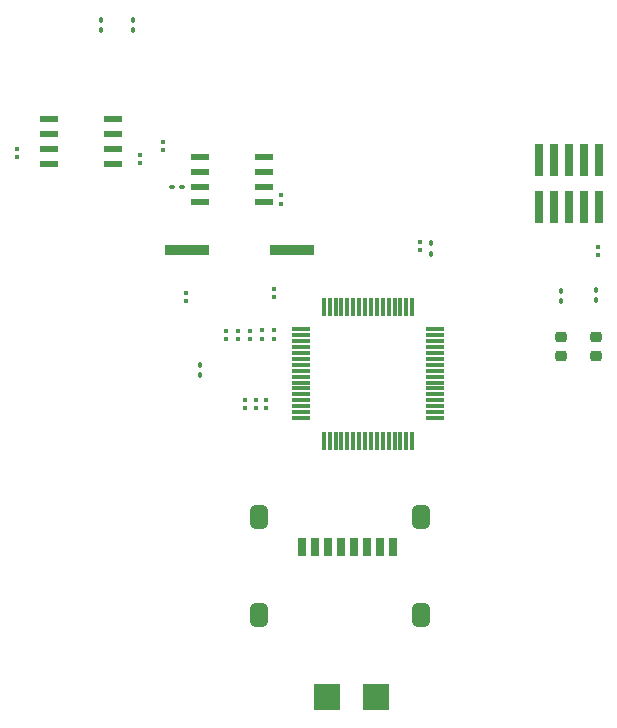
<source format=gtp>
G04 #@! TF.GenerationSoftware,KiCad,Pcbnew,8.0.7*
G04 #@! TF.CreationDate,2025-02-15T14:10:27-06:00*
G04 #@! TF.ProjectId,Rocket,526f636b-6574-42e6-9b69-6361645f7063,rev?*
G04 #@! TF.SameCoordinates,Original*
G04 #@! TF.FileFunction,Paste,Top*
G04 #@! TF.FilePolarity,Positive*
%FSLAX46Y46*%
G04 Gerber Fmt 4.6, Leading zero omitted, Abs format (unit mm)*
G04 Created by KiCad (PCBNEW 8.0.7) date 2025-02-15 14:10:27*
%MOMM*%
%LPD*%
G01*
G04 APERTURE LIST*
G04 Aperture macros list*
%AMRoundRect*
0 Rectangle with rounded corners*
0 $1 Rounding radius*
0 $2 $3 $4 $5 $6 $7 $8 $9 X,Y pos of 4 corners*
0 Add a 4 corners polygon primitive as box body*
4,1,4,$2,$3,$4,$5,$6,$7,$8,$9,$2,$3,0*
0 Add four circle primitives for the rounded corners*
1,1,$1+$1,$2,$3*
1,1,$1+$1,$4,$5*
1,1,$1+$1,$6,$7*
1,1,$1+$1,$8,$9*
0 Add four rect primitives between the rounded corners*
20,1,$1+$1,$2,$3,$4,$5,0*
20,1,$1+$1,$4,$5,$6,$7,0*
20,1,$1+$1,$6,$7,$8,$9,0*
20,1,$1+$1,$8,$9,$2,$3,0*%
G04 Aperture macros list end*
%ADD10RoundRect,0.218750X0.256250X-0.218750X0.256250X0.218750X-0.256250X0.218750X-0.256250X-0.218750X0*%
%ADD11RoundRect,0.075000X-0.700000X-0.075000X0.700000X-0.075000X0.700000X0.075000X-0.700000X0.075000X0*%
%ADD12RoundRect,0.075000X-0.075000X-0.700000X0.075000X-0.700000X0.075000X0.700000X-0.075000X0.700000X0*%
%ADD13RoundRect,0.079500X-0.100500X0.079500X-0.100500X-0.079500X0.100500X-0.079500X0.100500X0.079500X0*%
%ADD14RoundRect,0.090000X0.090000X-0.139000X0.090000X0.139000X-0.090000X0.139000X-0.090000X-0.139000X0*%
%ADD15RoundRect,0.079500X0.100500X-0.079500X0.100500X0.079500X-0.100500X0.079500X-0.100500X-0.079500X0*%
%ADD16RoundRect,0.090000X-0.090000X0.139000X-0.090000X-0.139000X0.090000X-0.139000X0.090000X0.139000X0*%
%ADD17R,1.498600X0.558800*%
%ADD18R,0.660400X2.768600*%
%ADD19R,0.800000X1.500000*%
%ADD20RoundRect,0.362500X-0.362500X-0.637500X0.362500X-0.637500X0.362500X0.637500X-0.362500X0.637500X0*%
%ADD21R,2.209800X2.260600*%
%ADD22R,3.835400X0.812800*%
%ADD23RoundRect,0.090000X0.139000X0.090000X-0.139000X0.090000X-0.139000X-0.090000X0.139000X-0.090000X0*%
G04 APERTURE END LIST*
D10*
X157300000Y-68987500D03*
X157300000Y-67412500D03*
D11*
X132325000Y-66750000D03*
X132325000Y-67250000D03*
X132325000Y-67750000D03*
X132325000Y-68250000D03*
X132325000Y-68750000D03*
X132325000Y-69250000D03*
X132325000Y-69750000D03*
X132325000Y-70250000D03*
X132325000Y-70750000D03*
X132325000Y-71250000D03*
X132325000Y-71750000D03*
X132325000Y-72250000D03*
X132325000Y-72750000D03*
X132325000Y-73250000D03*
X132325000Y-73750000D03*
X132325000Y-74250000D03*
D12*
X134250000Y-76175000D03*
X134750000Y-76175000D03*
X135250000Y-76175000D03*
X135750000Y-76175000D03*
X136250000Y-76175000D03*
X136750000Y-76175000D03*
X137250000Y-76175000D03*
X137750000Y-76175000D03*
X138250000Y-76175000D03*
X138750000Y-76175000D03*
X139250000Y-76175000D03*
X139750000Y-76175000D03*
X140250000Y-76175000D03*
X140750000Y-76175000D03*
X141250000Y-76175000D03*
X141750000Y-76175000D03*
D11*
X143675000Y-74250000D03*
X143675000Y-73750000D03*
X143675000Y-73250000D03*
X143675000Y-72750000D03*
X143675000Y-72250000D03*
X143675000Y-71750000D03*
X143675000Y-71250000D03*
X143675000Y-70750000D03*
X143675000Y-70250000D03*
X143675000Y-69750000D03*
X143675000Y-69250000D03*
X143675000Y-68750000D03*
X143675000Y-68250000D03*
X143675000Y-67750000D03*
X143675000Y-67250000D03*
X143675000Y-66750000D03*
D12*
X141750000Y-64825000D03*
X141250000Y-64825000D03*
X140750000Y-64825000D03*
X140250000Y-64825000D03*
X139750000Y-64825000D03*
X139250000Y-64825000D03*
X138750000Y-64825000D03*
X138250000Y-64825000D03*
X137750000Y-64825000D03*
X137250000Y-64825000D03*
X136750000Y-64825000D03*
X136250000Y-64825000D03*
X135750000Y-64825000D03*
X135250000Y-64825000D03*
X134750000Y-64825000D03*
X134250000Y-64825000D03*
D13*
X157500000Y-59755000D03*
X157500000Y-60445000D03*
X118700000Y-51955000D03*
X118700000Y-52645000D03*
D14*
X143300000Y-60325000D03*
X143300000Y-59460000D03*
D13*
X128500000Y-72755000D03*
X128500000Y-73445000D03*
X129000000Y-66835000D03*
X129000000Y-67525000D03*
D15*
X120600000Y-51545000D03*
X120600000Y-50855000D03*
X127600000Y-73445000D03*
X127600000Y-72755000D03*
D16*
X157300000Y-63375000D03*
X157300000Y-64240000D03*
D13*
X127000000Y-66855000D03*
X127000000Y-67545000D03*
X129400000Y-72755000D03*
X129400000Y-73445000D03*
D10*
X154300000Y-68987500D03*
X154300000Y-67412500D03*
D13*
X130670001Y-55405001D03*
X130670001Y-56095001D03*
D17*
X116405100Y-52705000D03*
X116405100Y-51435000D03*
X116405100Y-50165000D03*
X116405100Y-48895000D03*
X110994900Y-48895000D03*
X110994900Y-50165000D03*
X110994900Y-51435000D03*
X110994900Y-52705000D03*
D18*
X157535100Y-56407248D03*
X156265100Y-56407248D03*
X154995100Y-56407248D03*
X153725100Y-56407248D03*
X152455100Y-56407248D03*
X157535100Y-52367252D03*
X156265100Y-52367252D03*
X154995100Y-52367252D03*
X153725100Y-52367252D03*
X152455100Y-52367252D03*
D19*
X132400000Y-85200000D03*
X133500000Y-85200000D03*
X134600000Y-85200000D03*
X135700000Y-85200000D03*
X136800000Y-85200000D03*
X137900000Y-85200000D03*
X139000000Y-85200000D03*
X140100000Y-85200000D03*
D20*
X128730000Y-82600000D03*
X128730000Y-90900000D03*
X142480000Y-82600000D03*
X142480000Y-90900000D03*
D14*
X115400000Y-41432500D03*
X115400000Y-40567500D03*
D13*
X126000000Y-66855000D03*
X126000000Y-67545000D03*
X130000000Y-63355000D03*
X130000000Y-64045000D03*
X142400000Y-59355000D03*
X142400000Y-60045000D03*
D21*
X134555300Y-97900000D03*
X138644700Y-97900000D03*
D13*
X122600000Y-63655000D03*
X122600000Y-64345000D03*
X130000000Y-66835000D03*
X130000000Y-67525000D03*
D15*
X108266600Y-52165000D03*
X108266600Y-51475000D03*
D14*
X118100000Y-41432500D03*
X118100000Y-40567500D03*
D22*
X122642300Y-60000000D03*
X131557700Y-60000000D03*
D17*
X123794900Y-52195000D03*
X123794900Y-53465000D03*
X123794900Y-54735000D03*
X123794900Y-56005000D03*
X129205100Y-56005000D03*
X129205100Y-54735000D03*
X129205100Y-53465000D03*
X129205100Y-52195000D03*
D23*
X122232500Y-54700000D03*
X121367500Y-54700000D03*
D13*
X128000000Y-66855000D03*
X128000000Y-67545000D03*
D14*
X123800000Y-70632500D03*
X123800000Y-69767500D03*
D16*
X154310000Y-63460000D03*
X154310000Y-64325000D03*
M02*

</source>
